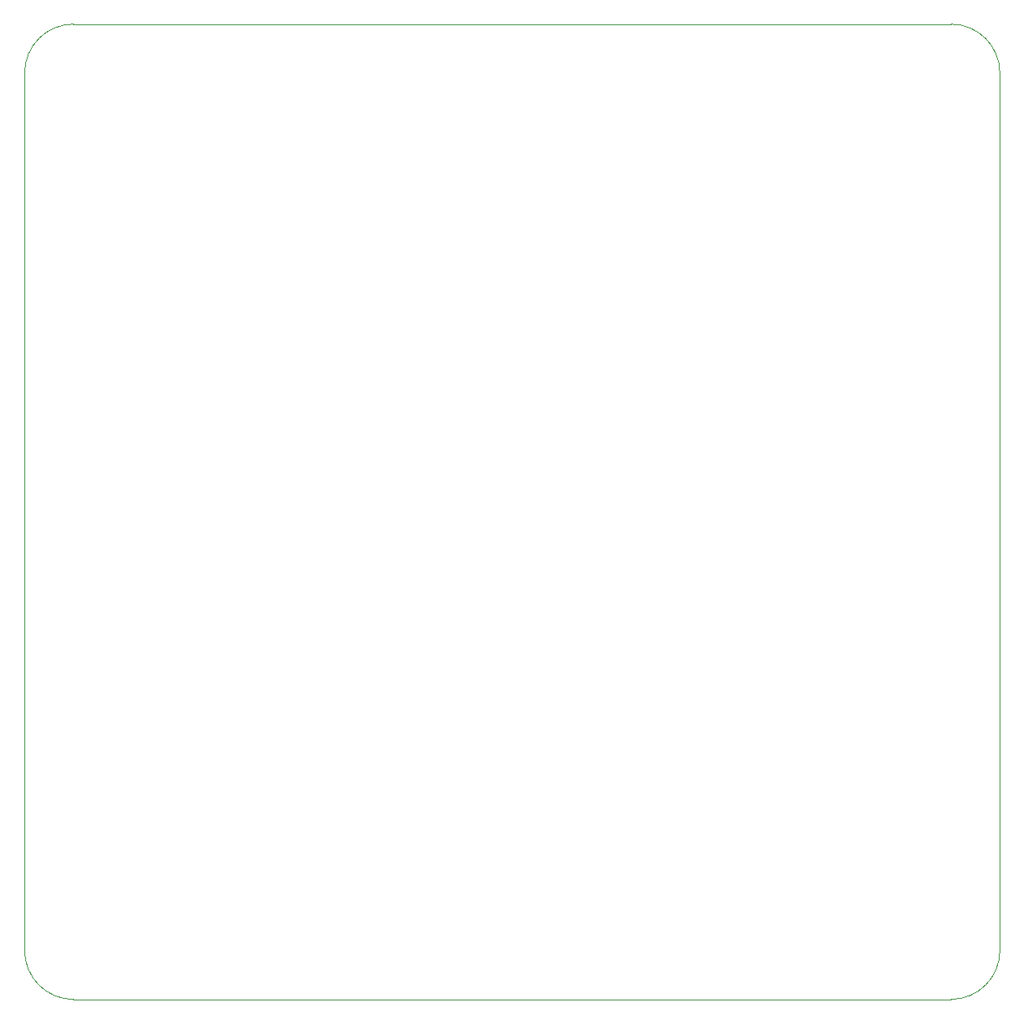
<source format=gbr>
%TF.GenerationSoftware,KiCad,Pcbnew,(6.0.5)*%
%TF.CreationDate,2022-08-30T11:56:48+01:00*%
%TF.ProjectId,STM32F405RGT6,53544d33-3246-4343-9035-524754362e6b,V22.08.0.1*%
%TF.SameCoordinates,Original*%
%TF.FileFunction,Profile,NP*%
%FSLAX46Y46*%
G04 Gerber Fmt 4.6, Leading zero omitted, Abs format (unit mm)*
G04 Created by KiCad (PCBNEW (6.0.5)) date 2022-08-30 11:56:48*
%MOMM*%
%LPD*%
G01*
G04 APERTURE LIST*
%TA.AperFunction,Profile*%
%ADD10C,0.050000*%
%TD*%
G04 APERTURE END LIST*
D10*
X139205000Y-39294000D02*
X139205000Y-130734000D01*
X134125000Y-135814000D02*
G75*
G03*
X139205000Y-130734000I0J5080000D01*
G01*
X37605000Y-130734000D02*
G75*
G03*
X42685000Y-135814000I5080000J0D01*
G01*
X42685000Y-34214000D02*
X134125000Y-34214000D01*
X37605000Y-130734000D02*
X37605000Y-39294000D01*
X139205000Y-39294000D02*
G75*
G03*
X134125000Y-34214000I-5080000J0D01*
G01*
X42685000Y-34214000D02*
G75*
G03*
X37605000Y-39294000I0J-5080000D01*
G01*
X134125000Y-135814000D02*
X42685000Y-135814000D01*
M02*

</source>
